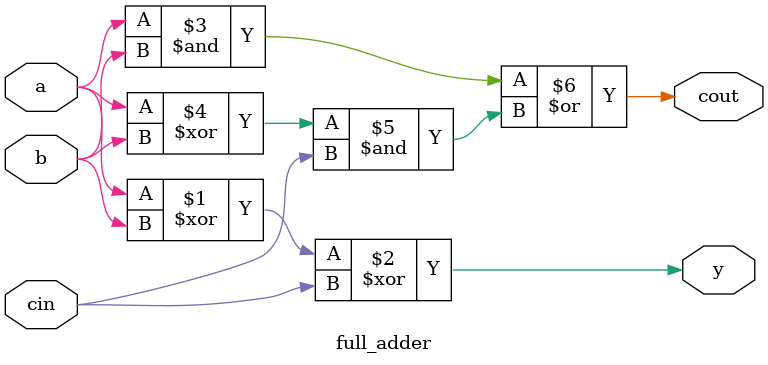
<source format=v>
module full_adder (
    input a,
    input b,
    input cin,
    output y,
    output cout
);

assign y = a ^ b ^ cin;
assign cout = (a & b) | ((a ^ b) & cin);

endmodule
</source>
